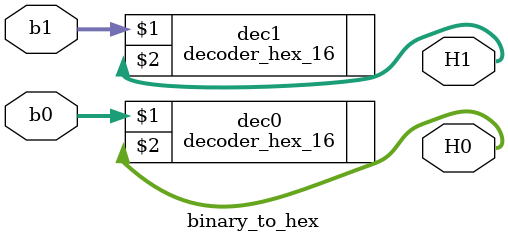
<source format=v>
module binary_to_hex(input [3:0] b1, b0,
			            output [0:6] H1, H0);
					
	decoder_hex_16 dec0(b0[3:0], H0[0:6]);
	decoder_hex_16 dec1(b1[3:0], H1[0:6]);
		
endmodule

</source>
